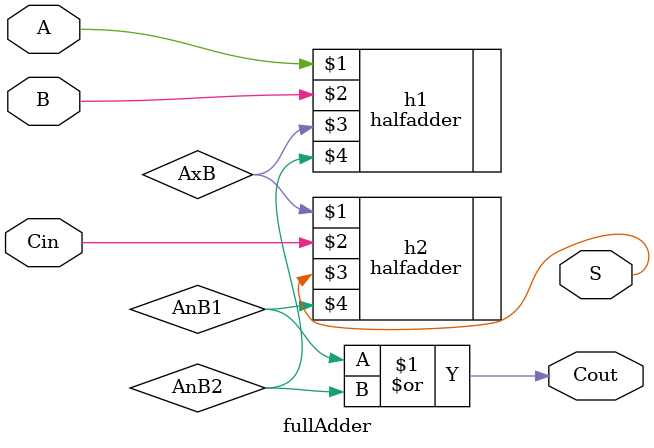
<source format=v>
module fullAdder (
    input A,
    input B,
    input Cin,
    output S,
    output Cout
);
    wire AxB, AnB1, AnB2;
    halfadder h1(A, B, AxB, AnB2);
    halfadder h2(AxB, Cin, S, AnB1);

    or o1(Cout, AnB1, AnB2);
endmodule
</source>
